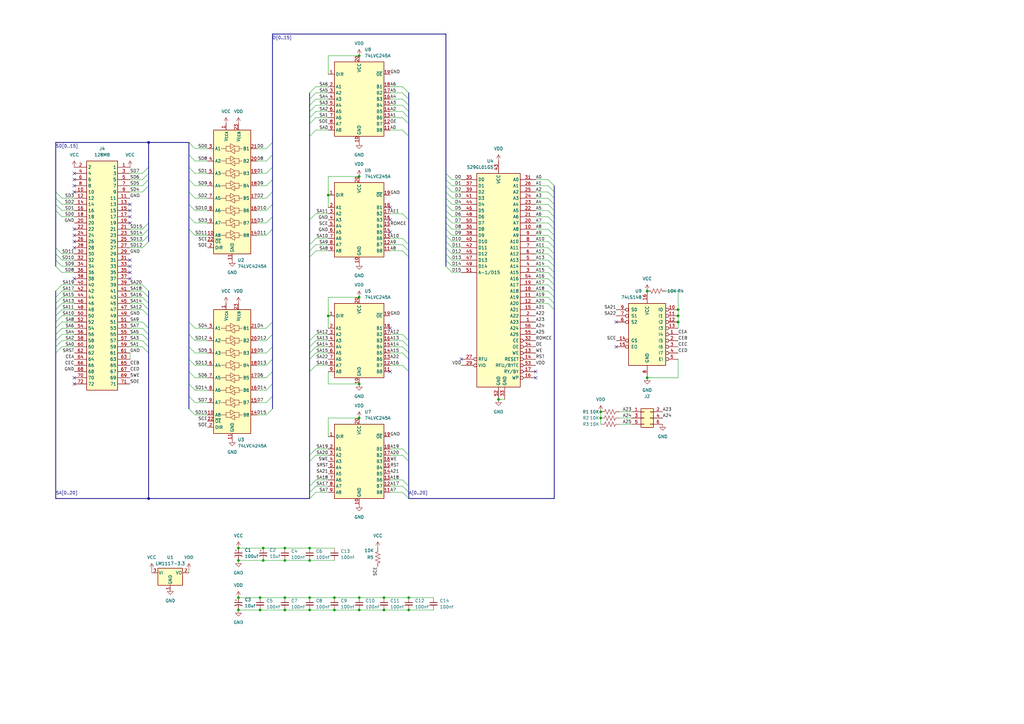
<source format=kicad_sch>
(kicad_sch (version 20231120) (generator "eeschema") (generator_version "8.0")
  (paper "A3")
  (junction (at 97.79 245.11))
  (junction (at 137.16 245.11))
  (junction (at 246.38 171.45))
  (junction (at 116.84 250.19))
  (junction (at 106.68 245.11))
  (junction (at 147.32 245.11))
  (junction (at 116.84 224.79))
  (junction (at 204.47 163.83))
  (junction (at 147.32 121.92))
  (junction (at 107.95 224.79))
  (junction (at 265.43 119.38))
  (junction (at 116.84 245.11))
  (junction (at 147.32 171.45))
  (junction (at 106.68 250.19))
  (junction (at 147.32 250.19))
  (junction (at 137.16 250.19))
  (junction (at 127 229.87))
  (junction (at 167.64 245.11))
  (junction (at 60.96 58.42))
  (junction (at 97.79 229.87))
  (junction (at 116.84 229.87))
  (junction (at 147.32 22.86))
  (junction (at 107.95 229.87))
  (junction (at 147.32 72.39))
  (junction (at 278.13 127))
  (junction (at 134.62 80.01))
  (junction (at 97.79 250.19))
  (junction (at 60.96 204.47))
  (junction (at 134.62 129.54))
  (junction (at 127 250.19))
  (junction (at 157.48 245.11))
  (junction (at 246.38 168.91))
  (junction (at 278.13 132.08))
  (junction (at 127 245.11))
  (junction (at 97.79 224.79))
  (junction (at 265.43 154.94))
  (junction (at 157.48 250.19))
  (junction (at 147.32 157.48))
  (junction (at 127 224.79))
  (junction (at 167.64 250.19))
  (junction (at 278.13 129.54))
  (no_connect (at 30.48 154.94))
  (no_connect (at 30.48 101.6))
  (no_connect (at 53.34 88.9))
  (no_connect (at 219.71 154.94))
  (no_connect (at 160.02 90.17))
  (no_connect (at 30.48 114.3))
  (no_connect (at 252.73 132.08))
  (no_connect (at 252.73 142.24))
  (no_connect (at 30.48 99.06))
  (no_connect (at 53.34 83.82))
  (no_connect (at 189.23 147.32))
  (no_connect (at 30.48 71.12))
  (no_connect (at 30.48 157.48))
  (no_connect (at 30.48 93.98))
  (no_connect (at 160.02 152.4))
  (no_connect (at 160.02 95.25))
  (no_connect (at 160.02 134.62))
  (no_connect (at 53.34 86.36))
  (no_connect (at 160.02 85.09))
  (no_connect (at 219.71 152.4))
  (no_connect (at 53.34 106.68))
  (no_connect (at 30.48 78.74))
  (no_connect (at 30.48 76.2))
  (no_connect (at 53.34 91.44))
  (no_connect (at 30.48 73.66))
  (no_connect (at 53.34 111.76))
  (no_connect (at 53.34 114.3))
  (no_connect (at 53.34 109.22))
  (no_connect (at 30.48 96.52))
  (bus_entry (at 129.54 199.39) (size -2.54 2.54))
  (bus_entry (at 182.88 71.12) (size 2.54 2.54))
  (bus_entry (at 109.22 71.12) (size 2.54 -2.54))
  (bus_entry (at 127 102.87) (size 2.54 -2.54))
  (bus_entry (at 127 40.64) (size 2.54 -2.54))
  (bus_entry (at 165.1 43.18) (size 2.54 2.54))
  (bus_entry (at 22.86 132.08) (size 2.54 -2.54))
  (bus_entry (at 25.4 86.36) (size -2.54 -2.54))
  (bus_entry (at 182.88 81.28) (size 2.54 2.54))
  (bus_entry (at 224.79 109.22) (size 2.54 2.54))
  (bus_entry (at 182.88 86.36) (size 2.54 2.54))
  (bus_entry (at 109.22 91.44) (size 2.54 -2.54))
  (bus_entry (at 127 139.7) (size 2.54 -2.54))
  (bus_entry (at 224.79 111.76) (size 2.54 2.54))
  (bus_entry (at 60.96 144.78) (size -2.54 -2.54))
  (bus_entry (at 58.42 99.06) (size 2.54 -2.54))
  (bus_entry (at 127 100.33) (size 2.54 -2.54))
  (bus_entry (at 224.79 76.2) (size 2.54 2.54))
  (bus_entry (at 182.88 99.06) (size 2.54 2.54))
  (bus_entry (at 182.88 83.82) (size 2.54 2.54))
  (bus_entry (at 58.42 96.52) (size 2.54 -2.54))
  (bus_entry (at 127 38.1) (size 2.54 -2.54))
  (bus_entry (at 60.96 127) (size -2.54 -2.54))
  (bus_entry (at 127 152.4) (size 2.54 -2.54))
  (bus_entry (at 127 43.18) (size 2.54 -2.54))
  (bus_entry (at 22.86 121.92) (size 2.54 -2.54))
  (bus_entry (at 77.47 162.56) (size 2.54 2.54))
  (bus_entry (at 127 189.23) (size 2.54 -2.54))
  (bus_entry (at 60.96 129.54) (size -2.54 -2.54))
  (bus_entry (at 224.79 96.52) (size 2.54 2.54))
  (bus_entry (at 77.47 157.48) (size 2.54 2.54))
  (bus_entry (at 182.88 104.14) (size 2.54 2.54))
  (bus_entry (at 109.22 86.36) (size 2.54 -2.54))
  (bus_entry (at 58.42 93.98) (size 2.54 -2.54))
  (bus_entry (at 182.88 101.6) (size 2.54 2.54))
  (bus_entry (at 22.86 119.38) (size 2.54 -2.54))
  (bus_entry (at 22.86 139.7) (size 2.54 -2.54))
  (bus_entry (at 224.79 121.92) (size 2.54 2.54))
  (bus_entry (at 165.1 137.16) (size 2.54 2.54))
  (bus_entry (at 127 142.24) (size 2.54 -2.54))
  (bus_entry (at 224.79 93.98) (size 2.54 2.54))
  (bus_entry (at 25.4 83.82) (size -2.54 -2.54))
  (bus_entry (at 167.64 152.4) (size -2.54 -2.54))
  (bus_entry (at 25.4 81.28) (size -2.54 -2.54))
  (bus_entry (at 127 50.8) (size 2.54 -2.54))
  (bus_entry (at 22.86 134.62) (size 2.54 -2.54))
  (bus_entry (at 182.88 96.52) (size 2.54 2.54))
  (bus_entry (at 224.79 119.38) (size 2.54 2.54))
  (bus_entry (at 60.96 121.92) (size -2.54 -2.54))
  (bus_entry (at 25.4 111.76) (size -2.54 -2.54))
  (bus_entry (at 77.47 167.64) (size 2.54 2.54))
  (bus_entry (at 58.42 101.6) (size 2.54 -2.54))
  (bus_entry (at 127 199.39) (size 2.54 -2.54))
  (bus_entry (at 224.79 73.66) (size 2.54 2.54))
  (bus_entry (at 77.47 142.24) (size 2.54 2.54))
  (bus_entry (at 167.64 142.24) (size -2.54 -2.54))
  (bus_entry (at 77.47 137.16) (size 2.54 2.54))
  (bus_entry (at 224.79 124.46) (size 2.54 2.54))
  (bus_entry (at 25.4 109.22) (size -2.54 -2.54))
  (bus_entry (at 77.47 88.9) (size 2.54 2.54))
  (bus_entry (at 224.79 114.3) (size 2.54 2.54))
  (bus_entry (at 224.79 81.28) (size 2.54 2.54))
  (bus_entry (at 224.79 86.36) (size 2.54 2.54))
  (bus_entry (at 165.1 48.26) (size 2.54 2.54))
  (bus_entry (at 127 55.88) (size 2.54 -2.54))
  (bus_entry (at 165.1 40.64) (size 2.54 2.54))
  (bus_entry (at 165.1 45.72) (size 2.54 2.54))
  (bus_entry (at 60.96 142.24) (size -2.54 -2.54))
  (bus_entry (at 58.42 73.66) (size 2.54 -2.54))
  (bus_entry (at 165.1 35.56) (size 2.54 2.54))
  (bus_entry (at 165.1 142.24) (size 2.54 2.54))
  (bus_entry (at 25.4 104.14) (size -2.54 -2.54))
  (bus_entry (at 182.88 109.22) (size 2.54 2.54))
  (bus_entry (at 109.22 170.18) (size 2.54 -2.54))
  (bus_entry (at 224.79 106.68) (size 2.54 2.54))
  (bus_entry (at 109.22 66.04) (size 2.54 -2.54))
  (bus_entry (at 58.42 78.74) (size 2.54 -2.54))
  (bus_entry (at 182.88 76.2) (size 2.54 2.54))
  (bus_entry (at 167.64 147.32) (size -2.54 -2.54))
  (bus_entry (at 165.1 199.39) (size 2.54 2.54))
  (bus_entry (at 109.22 96.52) (size 2.54 -2.54))
  (bus_entry (at 25.4 88.9) (size -2.54 -2.54))
  (bus_entry (at 77.47 73.66) (size 2.54 2.54))
  (bus_entry (at 77.47 83.82) (size 2.54 2.54))
  (bus_entry (at 109.22 144.78) (size 2.54 -2.54))
  (bus_entry (at 182.88 93.98) (size 2.54 2.54))
  (bus_entry (at 167.64 199.39) (size -2.54 -2.54))
  (bus_entry (at 224.79 78.74) (size 2.54 2.54))
  (bus_entry (at 224.79 101.6) (size 2.54 2.54))
  (bus_entry (at 109.22 149.86) (size 2.54 -2.54))
  (bus_entry (at 60.96 124.46) (size -2.54 -2.54))
  (bus_entry (at 109.22 160.02) (size 2.54 -2.54))
  (bus_entry (at 77.47 147.32) (size 2.54 2.54))
  (bus_entry (at 167.64 186.69) (size -2.54 -2.54))
  (bus_entry (at 109.22 139.7) (size 2.54 -2.54))
  (bus_entry (at 22.86 144.78) (size 2.54 -2.54))
  (bus_entry (at 58.42 116.84) (size 2.54 2.54))
  (bus_entry (at 77.47 152.4) (size 2.54 2.54))
  (bus_entry (at 58.42 76.2) (size 2.54 -2.54))
  (bus_entry (at 22.86 129.54) (size 2.54 -2.54))
  (bus_entry (at 165.1 97.79) (size 2.54 2.54))
  (bus_entry (at 60.96 134.62) (size -2.54 -2.54))
  (bus_entry (at 22.86 142.24) (size 2.54 -2.54))
  (bus_entry (at 182.88 106.68) (size 2.54 2.54))
  (bus_entry (at 109.22 76.2) (size 2.54 -2.54))
  (bus_entry (at 77.47 58.42) (size 2.54 2.54))
  (bus_entry (at 127 144.78) (size 2.54 -2.54))
  (bus_entry (at 127 45.72) (size 2.54 -2.54))
  (bus_entry (at 224.79 83.82) (size 2.54 2.54))
  (bus_entry (at 127 147.32) (size 2.54 -2.54))
  (bus_entry (at 165.1 102.87) (size 2.54 2.54))
  (bus_entry (at 182.88 88.9) (size 2.54 2.54))
  (bus_entry (at 22.86 127) (size 2.54 -2.54))
  (bus_entry (at 165.1 87.63) (size 2.54 2.54))
  (bus_entry (at 77.47 132.08) (size 2.54 2.54))
  (bus_entry (at 167.64 204.47) (size -2.54 -2.54))
  (bus_entry (at 109.22 81.28) (size 2.54 -2.54))
  (bus_entry (at 224.79 99.06) (size 2.54 2.54))
  (bus_entry (at 165.1 38.1) (size 2.54 2.54))
  (bus_entry (at 127 204.47) (size 2.54 -2.54))
  (bus_entry (at 22.86 137.16) (size 2.54 -2.54))
  (bus_entry (at 77.47 93.98) (size 2.54 2.54))
  (bus_entry (at 127 186.69) (size 2.54 -2.54))
  (bus_entry (at 127 48.26) (size 2.54 -2.54))
  (bus_entry (at 182.88 78.74) (size 2.54 2.54))
  (bus_entry (at 77.47 63.5) (size 2.54 2.54))
  (bus_entry (at 224.79 91.44) (size 2.54 2.54))
  (bus_entry (at 224.79 116.84) (size 2.54 2.54))
  (bus_entry (at 109.22 154.94) (size 2.54 -2.54))
  (bus_entry (at 182.88 91.44) (size 2.54 2.54))
  (bus_entry (at 77.47 78.74) (size 2.54 2.54))
  (bus_entry (at 58.42 71.12) (size 2.54 -2.54))
  (bus_entry (at 127 90.17) (size 2.54 -2.54))
  (bus_entry (at 224.79 88.9) (size 2.54 2.54))
  (bus_entry (at 165.1 53.34) (size 2.54 2.54))
  (bus_entry (at 182.88 73.66) (size 2.54 2.54))
  (bus_entry (at 60.96 137.16) (size -2.54 -2.54))
  (bus_entry (at 109.22 134.62) (size 2.54 -2.54))
  (bus_entry (at 109.22 60.96) (size 2.54 -2.54))
  (bus_entry (at 77.47 68.58) (size 2.54 2.54))
  (bus_entry (at 167.64 189.23) (size -2.54 -2.54))
  (bus_entry (at 165.1 100.33) (size 2.54 2.54))
  (bus_entry (at 109.22 165.1) (size 2.54 -2.54))
  (bus_entry (at 127 105.41) (size 2.54 -2.54))
  (bus_entry (at 25.4 106.68) (size -2.54 -2.54))
  (bus_entry (at 224.79 104.14) (size 2.54 2.54))
  (bus_entry (at 60.96 139.7) (size -2.54 -2.54))
  (bus_entry (at 22.86 124.46) (size 2.54 -2.54))
  (bus (pts (xy 22.86 104.14) (xy 22.86 106.68)))
  (bus (pts (xy 60.96 58.42) (xy 22.86 58.42)))
  (wire (pts (xy 105.41 170.18) (xy 109.22 170.18)))
  (bus (pts (xy 111.76 88.9) (xy 111.76 93.98)))
  (wire (pts (xy 219.71 104.14) (xy 224.79 104.14)))
  (wire (pts (xy 25.4 106.68) (xy 30.48 106.68)))
  (wire (pts (xy 160.02 97.79) (xy 165.1 97.79)))
  (wire (pts (xy 25.4 139.7) (xy 30.48 139.7)))
  (wire (pts (xy 134.62 121.92) (xy 147.32 121.92)))
  (wire (pts (xy 80.01 81.28) (xy 85.09 81.28)))
  (bus (pts (xy 227.33 96.52) (xy 227.33 99.06)))
  (bus (pts (xy 227.33 119.38) (xy 227.33 121.92)))
  (wire (pts (xy 105.41 96.52) (xy 109.22 96.52)))
  (wire (pts (xy 219.71 121.92) (xy 224.79 121.92)))
  (wire (pts (xy 278.13 119.38) (xy 278.13 127)))
  (wire (pts (xy 80.01 96.52) (xy 85.09 96.52)))
  (wire (pts (xy 25.4 132.08) (xy 30.48 132.08)))
  (wire (pts (xy 25.4 109.22) (xy 30.48 109.22)))
  (bus (pts (xy 127 90.17) (xy 127 100.33)))
  (wire (pts (xy 219.71 111.76) (xy 224.79 111.76)))
  (wire (pts (xy 129.54 87.63) (xy 134.62 87.63)))
  (bus (pts (xy 60.96 58.42) (xy 77.47 58.42)))
  (wire (pts (xy 107.95 229.87) (xy 116.84 229.87)))
  (wire (pts (xy 278.13 154.94) (xy 278.13 147.32)))
  (wire (pts (xy 53.34 76.2) (xy 58.42 76.2)))
  (bus (pts (xy 127 48.26) (xy 127 50.8)))
  (wire (pts (xy 246.38 171.45) (xy 246.38 173.99)))
  (wire (pts (xy 53.34 132.08) (xy 58.42 132.08)))
  (bus (pts (xy 111.76 137.16) (xy 111.76 142.24)))
  (wire (pts (xy 105.41 144.78) (xy 109.22 144.78)))
  (bus (pts (xy 111.76 147.32) (xy 111.76 152.4)))
  (bus (pts (xy 127 144.78) (xy 127 147.32)))
  (wire (pts (xy 106.68 245.11) (xy 116.84 245.11)))
  (bus (pts (xy 227.33 106.68) (xy 227.33 109.22)))
  (bus (pts (xy 111.76 63.5) (xy 111.76 68.58)))
  (wire (pts (xy 25.4 104.14) (xy 30.48 104.14)))
  (bus (pts (xy 111.76 142.24) (xy 111.76 147.32)))
  (bus (pts (xy 127 38.1) (xy 127 40.64)))
  (wire (pts (xy 185.42 88.9) (xy 189.23 88.9)))
  (wire (pts (xy 160.02 48.26) (xy 165.1 48.26)))
  (bus (pts (xy 167.64 201.93) (xy 167.64 204.47)))
  (wire (pts (xy 105.41 160.02) (xy 109.22 160.02)))
  (bus (pts (xy 227.33 104.14) (xy 227.33 106.68)))
  (bus (pts (xy 77.47 162.56) (xy 77.47 167.64)))
  (bus (pts (xy 22.86 137.16) (xy 22.86 139.7)))
  (bus (pts (xy 227.33 88.9) (xy 227.33 91.44)))
  (wire (pts (xy 278.13 119.38) (xy 273.05 119.38)))
  (wire (pts (xy 97.79 245.11) (xy 106.68 245.11)))
  (bus (pts (xy 77.47 132.08) (xy 77.47 137.16)))
  (bus (pts (xy 182.88 96.52) (xy 182.88 99.06)))
  (wire (pts (xy 53.34 96.52) (xy 58.42 96.52)))
  (wire (pts (xy 160.02 87.63) (xy 165.1 87.63)))
  (bus (pts (xy 127 147.32) (xy 127 152.4)))
  (bus (pts (xy 182.88 91.44) (xy 182.88 93.98)))
  (wire (pts (xy 105.41 81.28) (xy 109.22 81.28)))
  (wire (pts (xy 137.16 250.19) (xy 147.32 250.19)))
  (bus (pts (xy 167.64 186.69) (xy 167.64 189.23)))
  (bus (pts (xy 22.86 101.6) (xy 22.86 104.14)))
  (bus (pts (xy 60.96 93.98) (xy 60.96 96.52)))
  (bus (pts (xy 127 201.93) (xy 127 204.47)))
  (wire (pts (xy 134.62 152.4) (xy 134.62 157.48)))
  (wire (pts (xy 219.71 78.74) (xy 224.79 78.74)))
  (wire (pts (xy 265.43 154.94) (xy 278.13 154.94)))
  (bus (pts (xy 77.47 93.98) (xy 77.47 132.08)))
  (wire (pts (xy 160.02 184.15) (xy 165.1 184.15)))
  (wire (pts (xy 80.01 60.96) (xy 85.09 60.96)))
  (bus (pts (xy 77.47 88.9) (xy 77.47 93.98)))
  (bus (pts (xy 77.47 68.58) (xy 77.47 73.66)))
  (wire (pts (xy 80.01 86.36) (xy 85.09 86.36)))
  (bus (pts (xy 182.88 104.14) (xy 182.88 106.68)))
  (bus (pts (xy 60.96 124.46) (xy 60.96 127)))
  (wire (pts (xy 53.34 137.16) (xy 58.42 137.16)))
  (bus (pts (xy 127 152.4) (xy 127 186.69)))
  (bus (pts (xy 22.86 78.74) (xy 22.86 81.28)))
  (wire (pts (xy 105.41 86.36) (xy 109.22 86.36)))
  (bus (pts (xy 22.86 121.92) (xy 22.86 124.46)))
  (bus (pts (xy 167.64 199.39) (xy 167.64 201.93)))
  (bus (pts (xy 111.76 162.56) (xy 111.76 167.64)))
  (bus (pts (xy 227.33 93.98) (xy 227.33 96.52)))
  (bus (pts (xy 77.47 152.4) (xy 77.47 157.48)))
  (wire (pts (xy 25.4 121.92) (xy 30.48 121.92)))
  (wire (pts (xy 219.71 88.9) (xy 224.79 88.9)))
  (bus (pts (xy 127 100.33) (xy 127 102.87)))
  (bus (pts (xy 182.88 78.74) (xy 182.88 81.28)))
  (bus (pts (xy 60.96 142.24) (xy 60.96 144.78)))
  (wire (pts (xy 116.84 229.87) (xy 127 229.87)))
  (bus (pts (xy 111.76 68.58) (xy 111.76 73.66)))
  (wire (pts (xy 80.01 165.1) (xy 85.09 165.1)))
  (bus (pts (xy 60.96 68.58) (xy 60.96 71.12)))
  (wire (pts (xy 160.02 137.16) (xy 165.1 137.16)))
  (bus (pts (xy 182.88 88.9) (xy 182.88 91.44)))
  (wire (pts (xy 160.02 43.18) (xy 165.1 43.18)))
  (wire (pts (xy 147.32 245.11) (xy 157.48 245.11)))
  (bus (pts (xy 167.64 139.7) (xy 167.64 142.24)))
  (wire (pts (xy 25.4 142.24) (xy 30.48 142.24)))
  (wire (pts (xy 53.34 73.66) (xy 58.42 73.66)))
  (bus (pts (xy 167.64 142.24) (xy 167.64 144.78)))
  (bus (pts (xy 111.76 58.42) (xy 111.76 63.5)))
  (wire (pts (xy 278.13 127) (xy 278.13 129.54)))
  (wire (pts (xy 53.34 93.98) (xy 58.42 93.98)))
  (bus (pts (xy 60.96 58.42) (xy 60.96 68.58)))
  (bus (pts (xy 127 186.69) (xy 127 189.23)))
  (bus (pts (xy 227.33 81.28) (xy 227.33 83.82)))
  (wire (pts (xy 129.54 201.93) (xy 134.62 201.93)))
  (wire (pts (xy 134.62 179.07) (xy 134.62 171.45)))
  (bus (pts (xy 60.96 121.92) (xy 60.96 124.46)))
  (wire (pts (xy 53.34 134.62) (xy 58.42 134.62)))
  (bus (pts (xy 167.64 50.8) (xy 167.64 55.88)))
  (wire (pts (xy 25.4 83.82) (xy 30.48 83.82)))
  (wire (pts (xy 219.71 101.6) (xy 224.79 101.6)))
  (wire (pts (xy 129.54 142.24) (xy 134.62 142.24)))
  (bus (pts (xy 22.86 134.62) (xy 22.86 137.16)))
  (wire (pts (xy 116.84 245.11) (xy 127 245.11)))
  (bus (pts (xy 77.47 157.48) (xy 77.47 162.56)))
  (wire (pts (xy 106.68 250.19) (xy 116.84 250.19)))
  (wire (pts (xy 134.62 30.48) (xy 134.62 22.86)))
  (wire (pts (xy 97.79 250.19) (xy 106.68 250.19)))
  (bus (pts (xy 227.33 121.92) (xy 227.33 124.46)))
  (wire (pts (xy 185.42 91.44) (xy 189.23 91.44)))
  (wire (pts (xy 219.71 96.52) (xy 224.79 96.52)))
  (wire (pts (xy 254 171.45) (xy 259.08 171.45)))
  (bus (pts (xy 22.86 132.08) (xy 22.86 134.62)))
  (bus (pts (xy 227.33 116.84) (xy 227.33 119.38)))
  (bus (pts (xy 167.64 43.18) (xy 167.64 45.72)))
  (bus (pts (xy 167.64 55.88) (xy 167.64 90.17)))
  (wire (pts (xy 127 229.87) (xy 137.16 229.87)))
  (wire (pts (xy 219.71 91.44) (xy 224.79 91.44)))
  (bus (pts (xy 127 55.88) (xy 127 90.17)))
  (bus (pts (xy 60.96 127) (xy 60.96 129.54)))
  (wire (pts (xy 127 250.19) (xy 137.16 250.19)))
  (wire (pts (xy 129.54 53.34) (xy 134.62 53.34)))
  (wire (pts (xy 160.02 186.69) (xy 165.1 186.69)))
  (wire (pts (xy 129.54 35.56) (xy 134.62 35.56)))
  (wire (pts (xy 53.34 78.74) (xy 58.42 78.74)))
  (bus (pts (xy 111.76 13.97) (xy 111.76 58.42)))
  (wire (pts (xy 105.41 91.44) (xy 109.22 91.44)))
  (wire (pts (xy 157.48 245.11) (xy 167.64 245.11)))
  (wire (pts (xy 129.54 97.79) (xy 134.62 97.79)))
  (wire (pts (xy 134.62 157.48) (xy 147.32 157.48)))
  (bus (pts (xy 77.47 78.74) (xy 77.47 83.82)))
  (bus (pts (xy 111.76 152.4) (xy 111.76 157.48)))
  (wire (pts (xy 129.54 139.7) (xy 134.62 139.7)))
  (wire (pts (xy 80.01 170.18) (xy 85.09 170.18)))
  (wire (pts (xy 25.4 134.62) (xy 30.48 134.62)))
  (wire (pts (xy 105.41 66.04) (xy 109.22 66.04)))
  (wire (pts (xy 160.02 149.86) (xy 165.1 149.86)))
  (wire (pts (xy 219.71 116.84) (xy 224.79 116.84)))
  (wire (pts (xy 69.85 242.57) (xy 69.85 241.3)))
  (wire (pts (xy 134.62 129.54) (xy 134.62 121.92)))
  (wire (pts (xy 160.02 139.7) (xy 165.1 139.7)))
  (bus (pts (xy 167.64 38.1) (xy 167.64 40.64)))
  (bus (pts (xy 227.33 76.2) (xy 227.33 78.74)))
  (bus (pts (xy 60.96 129.54) (xy 60.96 134.62)))
  (wire (pts (xy 129.54 38.1) (xy 134.62 38.1)))
  (wire (pts (xy 53.34 124.46) (xy 58.42 124.46)))
  (bus (pts (xy 60.96 91.44) (xy 60.96 93.98)))
  (bus (pts (xy 22.86 129.54) (xy 22.86 132.08)))
  (bus (pts (xy 111.76 83.82) (xy 111.76 88.9)))
  (bus (pts (xy 167.64 45.72) (xy 167.64 48.26)))
  (wire (pts (xy 254 173.99) (xy 259.08 173.99)))
  (bus (pts (xy 22.86 83.82) (xy 22.86 86.36)))
  (wire (pts (xy 157.48 250.19) (xy 167.64 250.19)))
  (bus (pts (xy 60.96 119.38) (xy 60.96 121.92)))
  (bus (pts (xy 127 40.64) (xy 127 43.18)))
  (wire (pts (xy 80.01 76.2) (xy 85.09 76.2)))
  (wire (pts (xy 105.41 60.96) (xy 109.22 60.96)))
  (wire (pts (xy 278.13 132.08) (xy 278.13 134.62)))
  (bus (pts (xy 227.33 204.47) (xy 227.33 127)))
  (wire (pts (xy 53.34 144.78) (xy 53.34 147.32)))
  (wire (pts (xy 129.54 43.18) (xy 134.62 43.18)))
  (wire (pts (xy 80.01 154.94) (xy 85.09 154.94)))
  (wire (pts (xy 129.54 100.33) (xy 134.62 100.33)))
  (wire (pts (xy 129.54 149.86) (xy 134.62 149.86)))
  (wire (pts (xy 53.34 71.12) (xy 58.42 71.12)))
  (wire (pts (xy 127 224.79) (xy 137.16 224.79)))
  (wire (pts (xy 129.54 137.16) (xy 134.62 137.16)))
  (wire (pts (xy 25.4 116.84) (xy 30.48 116.84)))
  (bus (pts (xy 111.76 78.74) (xy 111.76 83.82)))
  (bus (pts (xy 22.86 119.38) (xy 22.86 121.92)))
  (wire (pts (xy 185.42 86.36) (xy 189.23 86.36)))
  (wire (pts (xy 105.41 165.1) (xy 109.22 165.1)))
  (wire (pts (xy 185.42 76.2) (xy 189.23 76.2)))
  (wire (pts (xy 53.34 142.24) (xy 58.42 142.24)))
  (bus (pts (xy 182.88 71.12) (xy 182.88 13.97)))
  (bus (pts (xy 167.64 102.87) (xy 167.64 105.41)))
  (bus (pts (xy 182.88 106.68) (xy 182.88 109.22)))
  (wire (pts (xy 53.34 101.6) (xy 58.42 101.6)))
  (wire (pts (xy 185.42 93.98) (xy 189.23 93.98)))
  (bus (pts (xy 167.64 152.4) (xy 167.64 186.69)))
  (bus (pts (xy 60.96 76.2) (xy 60.96 91.44)))
  (wire (pts (xy 160.02 199.39) (xy 165.1 199.39)))
  (wire (pts (xy 185.42 73.66) (xy 189.23 73.66)))
  (wire (pts (xy 134.62 80.01) (xy 134.62 85.09)))
  (bus (pts (xy 167.64 48.26) (xy 167.64 50.8)))
  (bus (pts (xy 227.33 83.82) (xy 227.33 86.36)))
  (bus (pts (xy 22.86 124.46) (xy 22.86 127)))
  (wire (pts (xy 129.54 186.69) (xy 134.62 186.69)))
  (wire (pts (xy 147.32 250.19) (xy 157.48 250.19)))
  (wire (pts (xy 105.41 149.86) (xy 109.22 149.86)))
  (wire (pts (xy 160.02 142.24) (xy 165.1 142.24)))
  (wire (pts (xy 160.02 196.85) (xy 165.1 196.85)))
  (bus (pts (xy 182.88 73.66) (xy 182.88 76.2)))
  (bus (pts (xy 127 189.23) (xy 127 199.39)))
  (wire (pts (xy 107.95 224.79) (xy 116.84 224.79)))
  (wire (pts (xy 137.16 245.11) (xy 147.32 245.11)))
  (wire (pts (xy 134.62 80.01) (xy 134.62 72.39)))
  (wire (pts (xy 160.02 144.78) (xy 165.1 144.78)))
  (wire (pts (xy 80.01 91.44) (xy 85.09 91.44)))
  (wire (pts (xy 160.02 102.87) (xy 165.1 102.87)))
  (bus (pts (xy 127 102.87) (xy 127 105.41)))
  (wire (pts (xy 219.71 109.22) (xy 224.79 109.22)))
  (bus (pts (xy 127 199.39) (xy 127 201.93)))
  (bus (pts (xy 60.96 144.78) (xy 60.96 204.47)))
  (wire (pts (xy 80.01 139.7) (xy 85.09 139.7)))
  (wire (pts (xy 185.42 109.22) (xy 189.23 109.22)))
  (wire (pts (xy 185.42 104.14) (xy 189.23 104.14)))
  (bus (pts (xy 22.86 106.68) (xy 22.86 109.22)))
  (bus (pts (xy 60.96 204.47) (xy 22.86 204.47)))
  (bus (pts (xy 77.47 137.16) (xy 77.47 142.24)))
  (wire (pts (xy 97.79 229.87) (xy 107.95 229.87)))
  (wire (pts (xy 105.41 71.12) (xy 109.22 71.12)))
  (bus (pts (xy 127 139.7) (xy 127 142.24)))
  (wire (pts (xy 25.4 124.46) (xy 30.48 124.46)))
  (wire (pts (xy 25.4 88.9) (xy 30.48 88.9)))
  (wire (pts (xy 185.42 106.68) (xy 189.23 106.68)))
  (bus (pts (xy 182.88 71.12) (xy 182.88 73.66)))
  (wire (pts (xy 127 245.11) (xy 137.16 245.11)))
  (bus (pts (xy 22.86 127) (xy 22.86 129.54)))
  (wire (pts (xy 25.4 81.28) (xy 30.48 81.28)))
  (wire (pts (xy 129.54 196.85) (xy 134.62 196.85)))
  (bus (pts (xy 60.96 73.66) (xy 60.96 76.2)))
  (bus (pts (xy 22.86 58.42) (xy 22.86 78.74)))
  (wire (pts (xy 219.71 124.46) (xy 224.79 124.46)))
  (bus (pts (xy 60.96 137.16) (xy 60.96 139.7)))
  (bus (pts (xy 227.33 111.76) (xy 227.33 114.3)))
  (bus (pts (xy 111.76 132.08) (xy 111.76 137.16)))
  (wire (pts (xy 25.4 127) (xy 30.48 127)))
  (wire (pts (xy 185.42 101.6) (xy 189.23 101.6)))
  (wire (pts (xy 219.71 114.3) (xy 224.79 114.3)))
  (wire (pts (xy 134.62 129.54) (xy 134.62 134.62)))
  (wire (pts (xy 25.4 129.54) (xy 30.48 129.54)))
  (bus (pts (xy 227.33 91.44) (xy 227.33 93.98)))
  (bus (pts (xy 182.88 101.6) (xy 182.88 104.14)))
  (wire (pts (xy 80.01 144.78) (xy 85.09 144.78)))
  (wire (pts (xy 160.02 38.1) (xy 165.1 38.1)))
  (wire (pts (xy 219.71 83.82) (xy 224.79 83.82)))
  (bus (pts (xy 182.88 83.82) (xy 182.88 86.36)))
  (bus (pts (xy 77.47 83.82) (xy 77.47 88.9)))
  (wire (pts (xy 219.71 81.28) (xy 224.79 81.28)))
  (wire (pts (xy 219.71 99.06) (xy 224.79 99.06)))
  (bus (pts (xy 182.88 99.06) (xy 182.88 101.6)))
  (bus (pts (xy 22.86 86.36) (xy 22.86 101.6)))
  (wire (pts (xy 219.71 86.36) (xy 224.79 86.36)))
  (bus (pts (xy 227.33 114.3) (xy 227.33 116.84)))
  (wire (pts (xy 25.4 119.38) (xy 30.48 119.38)))
  (wire (pts (xy 116.84 224.79) (xy 127 224.79)))
  (bus (pts (xy 227.33 78.74) (xy 227.33 81.28)))
  (bus (pts (xy 127 43.18) (xy 127 45.72)))
  (wire (pts (xy 185.42 83.82) (xy 189.23 83.82)))
  (bus (pts (xy 22.86 142.24) (xy 22.86 144.78)))
  (bus (pts (xy 77.47 58.42) (xy 77.47 63.5)))
  (wire (pts (xy 105.41 76.2) (xy 109.22 76.2)))
  (bus (pts (xy 22.86 204.47) (xy 22.86 144.78)))
  (wire (pts (xy 53.34 127) (xy 58.42 127)))
  (bus (pts (xy 182.88 81.28) (xy 182.88 83.82)))
  (wire (pts (xy 80.01 149.86) (xy 85.09 149.86)))
  (bus (pts (xy 167.64 105.41) (xy 167.64 139.7)))
  (bus (pts (xy 111.76 93.98) (xy 111.76 132.08)))
  (wire (pts (xy 185.42 81.28) (xy 189.23 81.28)))
  (bus (pts (xy 127 105.41) (xy 127 139.7)))
  (bus (pts (xy 77.47 73.66) (xy 77.47 78.74)))
  (wire (pts (xy 160.02 100.33) (xy 165.1 100.33)))
  (wire (pts (xy 204.47 163.83) (xy 207.01 163.83)))
  (wire (pts (xy 185.42 111.76) (xy 189.23 111.76)))
  (bus (pts (xy 167.64 144.78) (xy 167.64 147.32)))
  (wire (pts (xy 134.62 171.45) (xy 147.32 171.45)))
  (wire (pts (xy 129.54 199.39) (xy 134.62 199.39)))
  (bus (pts (xy 227.33 109.22) (xy 227.33 111.76)))
  (wire (pts (xy 80.01 160.02) (xy 85.09 160.02)))
  (bus (pts (xy 182.88 13.97) (xy 111.76 13.97)))
  (wire (pts (xy 167.64 250.19) (xy 177.8 250.19)))
  (bus (pts (xy 127 204.47) (xy 60.96 204.47)))
  (bus (pts (xy 182.88 93.98) (xy 182.88 96.52)))
  (wire (pts (xy 105.41 139.7) (xy 109.22 139.7)))
  (bus (pts (xy 127 50.8) (xy 127 55.88)))
  (wire (pts (xy 53.34 99.06) (xy 58.42 99.06)))
  (bus (pts (xy 111.76 73.66) (xy 111.76 78.74)))
  (wire (pts (xy 160.02 45.72) (xy 165.1 45.72)))
  (bus (pts (xy 167.64 189.23) (xy 167.64 199.39)))
  (wire (pts (xy 53.34 116.84) (xy 58.42 116.84)))
  (wire (pts (xy 97.79 224.79) (xy 107.95 224.79)))
  (wire (pts (xy 278.13 129.54) (xy 278.13 132.08)))
  (bus (pts (xy 167.64 90.17) (xy 167.64 100.33)))
  (bus (pts (xy 227.33 124.46) (xy 227.33 127)))
  (wire (pts (xy 129.54 40.64) (xy 134.62 40.64)))
  (wire (pts (xy 134.62 22.86) (xy 147.32 22.86)))
  (bus (pts (xy 167.64 204.47) (xy 227.33 204.47)))
  (bus (pts (xy 22.86 81.28) (xy 22.86 83.82)))
  (wire (pts (xy 246.38 168.91) (xy 246.38 171.45)))
  (bus (pts (xy 77.47 63.5) (xy 77.47 68.58)))
  (wire (pts (xy 219.71 119.38) (xy 224.79 119.38)))
  (bus (pts (xy 77.47 142.24) (xy 77.47 147.32)))
  (wire (pts (xy 185.42 96.52) (xy 189.23 96.52)))
  (bus (pts (xy 22.86 139.7) (xy 22.86 142.24)))
  (bus (pts (xy 111.76 157.48) (xy 111.76 162.56)))
  (wire (pts (xy 77.47 233.68) (xy 77.47 234.95)))
  (bus (pts (xy 167.64 100.33) (xy 167.64 102.87)))
  (wire (pts (xy 185.42 99.06) (xy 189.23 99.06)))
  (bus (pts (xy 227.33 101.6) (xy 227.33 104.14)))
  (wire (pts (xy 116.84 250.19) (xy 127 250.19)))
  (wire (pts (xy 53.34 139.7) (xy 58.42 139.7)))
  (wire (pts (xy 53.34 119.38) (xy 58.42 119.38)))
  (bus (pts (xy 60.96 134.62) (xy 60.96 137.16)))
  (wire (pts (xy 254 168.91) (xy 259.08 168.91)))
  (bus (pts (xy 60.96 139.7) (xy 60.96 142.24)))
  (wire (pts (xy 219.71 93.98) (xy 224.79 93.98)))
  (wire (pts (xy 160.02 35.56) (xy 165.1 35.56)))
  (wire (pts (xy 105.41 134.62) (xy 109.22 134.62)))
  (bus (pts (xy 167.64 147.32) (xy 167.64 152.4)))
  (wire (pts (xy 129.54 45.72) (xy 134.62 45.72)))
  (wire (pts (xy 160.02 53.34) (xy 165.1 53.34)))
  (wire (pts (xy 185.42 78.74) (xy 189.23 78.74)))
  (bus (pts (xy 227.33 86.36) (xy 227.33 88.9)))
  (wire (pts (xy 134.62 72.39) (xy 147.32 72.39)))
  (bus (pts (xy 60.96 71.12) (xy 60.96 73.66)))
  (bus (pts (xy 227.33 99.06) (xy 227.33 101.6)))
  (wire (pts (xy 25.4 86.36) (xy 30.48 86.36)))
  (wire (pts (xy 105.41 154.94) (xy 109.22 154.94)))
  (wire (pts (xy 219.71 73.66) (xy 224.79 73.66)))
  (wire (pts (xy 25.4 111.76) (xy 30.48 111.76)))
  (wire (pts (xy 160.02 201.93) (xy 165.1 201.93)))
  (wire (pts (xy 129.54 48.26) (xy 134.62 48.26)))
  (bus (pts (xy 60.96 96.52) (xy 60.96 99.06)))
  (bus (pts (xy 77.47 147.32) (xy 77.47 152.4)))
  (wire (pts (xy 62.23 234.95) (xy 62.23 233.68)))
  (bus (pts (xy 182.88 86.36) (xy 182.88 88.9)))
  (bus (pts (xy 127 45.72) (xy 127 48.26)))
  (wire (pts (xy 53.34 121.92) (xy 58.42 121.92)))
  (wire (pts (xy 80.01 134.62) (xy 85.09 134.62)))
  (wire (pts (xy 80.01 66.04) (xy 85.09 66.04)))
  (bus (pts (xy 127 142.24) (xy 127 144.78)))
  (wire (pts (xy 80.01 71.12) (xy 85.09 71.12)))
  (wire (pts (xy 129.54 184.15) (xy 134.62 184.15)))
  (wire (pts (xy 167.64 245.11) (xy 177.8 245.11)))
  (wire (pts (xy 160.02 40.64) (xy 165.1 40.64)))
  (bus (pts (xy 167.64 40.64) (xy 167.64 43.18)))
  (wire (pts (xy 219.71 106.68) (xy 224.79 106.68)))
  (wire (pts (xy 129.54 144.78) (xy 134.62 144.78)))
  (wire (pts (xy 129.54 102.87) (xy 134.62 102.87)))
  (bus (pts (xy 182.88 76.2) (xy 182.88 78.74)))
  (wire (pts (xy 25.4 137.16) (xy 30.48 137.16)))
  (wire (pts (xy 219.71 76.2) (xy 224.79 76.2)))
  (label "SCE" (at 134.62 92.71 180))
  (label "SD10" (at 30.48 106.68 180))
  (label "RST" (at 219.71 147.32 0))
  (label "SA6" (at 134.62 35.56 180))
  (label "SOE" (at 85.09 175.26 180))
  (label "D13" (at 105.41 149.86 0))
  (label "D15" (at 105.41 170.18 0))
  (label "SA1" (at 134.62 48.26 180))
  (label "D5" (at 189.23 86.36 180))
  (label "SD8" (at 30.48 111.76 180))
  (label "A17" (at 160.02 199.39 0))
  (label "SD0" (at 85.09 60.96 180))
  (label "SWE" (at 134.62 189.23 180))
  (label "SA4" (at 134.62 40.64 180))
  (label "SD14" (at 85.09 160.02 180))
  (label "SA16" (at 134.62 149.86 180))
  (label "D14" (at 189.23 109.22 180))
  (label "D9" (at 189.23 96.52 180))
  (label "A19" (at 219.71 121.92 0))
  (label "A11" (at 219.71 101.6 0))
  (label "SWE" (at 53.34 154.94 0))
  (label "A8" (at 160.02 102.87 0))
  (label "A21" (at 160.02 194.31 0))
  (label "GND" (at 134.62 90.17 180))
  (label "SA0" (at 30.48 142.24 180))
  (label "SA15" (at 134.62 144.78 180))
  (label "SA20" (at 134.62 186.69 180))
  (label "SOE" (at 53.34 157.48 0))
  (label "WE" (at 160.02 189.23 0))
  (label "SD11" (at 85.09 96.52 180))
  (label "D7" (at 105.41 165.1 0))
  (label "D11" (at 189.23 101.6 180))
  (label "A6" (at 160.02 35.56 0))
  (label "SD2" (at 85.09 81.28 180))
  (label "SA21" (at 134.62 194.31 180))
  (label "SA20" (at 53.34 116.84 0))
  (label "SD3" (at 85.09 91.44 180))
  (label "SA[0..20]" (at 22.86 203.2 0))
  (label "D9" (at 105.41 76.2 0))
  (label "A1" (at 160.02 48.26 0))
  (label "D13" (at 189.23 106.68 180))
  (label "SD4" (at 85.09 134.62 180))
  (label "SA2" (at 134.62 45.72 180))
  (label "A8" (at 219.71 93.98 0))
  (label "SA11" (at 134.62 87.63 180))
  (label "CED" (at 278.13 144.78 0))
  (label "SA8" (at 30.48 132.08 180))
  (label "SA1" (at 53.34 142.24 0))
  (label "A[0..20]" (at 167.64 203.2 0))
  (label "SA0" (at 134.62 53.34 180))
  (label "SA11" (at 30.48 127 180))
  (label "SD[0..15]" (at 22.86 60.96 0))
  (label "A3" (at 160.02 43.18 0))
  (label "SCE" (at 85.09 172.72 180))
  (label "ROMCE" (at 219.71 139.7 0))
  (label "ROMCE" (at 160.02 92.71 0))
  (label "SA13" (at 30.48 124.46 180))
  (label "D12" (at 105.41 139.7 0))
  (label "SA17" (at 30.48 119.38 180))
  (label "D8" (at 189.23 93.98 180))
  (label "SA12" (at 134.62 137.16 180))
  (label "A21" (at 219.71 127 0))
  (label "SA7" (at 134.62 201.93 180))
  (label "A2" (at 219.71 78.74 0))
  (label "A7" (at 219.71 91.44 0))
  (label "A4" (at 219.71 83.82 0))
  (label "A12" (at 160.02 137.16 0))
  (label "D4" (at 105.41 134.62 0))
  (label "SCE" (at 85.09 99.06 180))
  (label "D6" (at 189.23 88.9 180))
  (label "SA19" (at 134.62 184.15 180))
  (label "SA5" (at 134.62 38.1 180))
  (label "SA14" (at 53.34 124.46 0))
  (label "A24" (at 271.78 171.45 0))
  (label "A20" (at 219.71 124.46 0))
  (label "RST" (at 160.02 191.77 0))
  (label "GND" (at 53.34 104.14 0))
  (label "A3" (at 219.71 81.28 0))
  (label "A12" (at 219.71 104.14 0))
  (label "SD5" (at 85.09 144.78 180))
  (label "GND" (at 160.02 179.07 0))
  (label "SD3" (at 30.48 81.28 180))
  (label "CEA" (at 30.48 147.32 180))
  (label "A0" (at 219.71 73.66 0))
  (label "SA7" (at 53.34 134.62 0))
  (label "A11" (at 160.02 87.63 0))
  (label "SA18" (at 53.34 119.38 0))
  (label "SOE" (at 134.62 50.8 180))
  (label "D10" (at 105.41 86.36 0))
  (label "GND" (at 30.48 152.4 180))
  (label "SD10" (at 85.09 86.36 180))
  (label "CEA" (at 278.13 137.16 0))
  (label "A13" (at 160.02 139.7 0))
  (label "SA10" (at 30.48 129.54 180))
  (label "SD15" (at 85.09 170.18 180))
  (label "SA14" (at 134.62 142.24 180))
  (label "GND" (at 53.34 81.28 0))
  (label "A18" (at 160.02 196.85 0))
  (label "D1" (at 189.23 76.2 180))
  (label "D5" (at 105.41 144.78 0))
  (label "D[0..15]" (at 111.76 16.51 0))
  (label "SA3" (at 134.62 43.18 180))
  (label "GND" (at 30.48 91.44 180))
  (label "SD1" (at 30.48 86.36 180))
  (label "A22" (at 219.71 129.54 0))
  (label "A22" (at 160.02 147.32 0))
  (label "SRST" (at 30.48 144.78 180))
  (label "SA15" (at 30.48 121.92 180))
  (label "SRST" (at 134.62 191.77 180))
  (label "SA3" (at 53.34 139.7 0))
  (label "SD13" (at 53.34 99.06 0))
  (label "GND" (at 160.02 80.01 0))
  (label "D11" (at 105.41 96.52 0))
  (label "SA12" (at 53.34 127 0))
  (label "SA5" (at 53.34 137.16 0))
  (label "SD13" (at 85.09 149.86 180))
  (label "D3" (at 189.23 81.28 180))
  (label "SD9" (at 85.09 76.2 180))
  (label "D14" (at 105.41 160.02 0))
  (label "SA22" (at 134.62 147.32 180))
  (label "VDD" (at 189.23 149.86 180))
  (label "SD8" (at 85.09 66.04 180))
  (label "SD6" (at 85.09 154.94 180))
  (label "SOE" (at 85.09 101.6 180))
  (label "SD15" (at 53.34 93.98 0))
  (label "SCE" (at 154.94 232.41 270))
  (label "A7" (at 160.02 201.93 0))
  (label "A23" (at 219.71 132.08 0))
  (label "OE" (at 219.71 142.24 0))
  (label "A10" (at 160.02 97.79 0))
  (label "SA4" (at 30.48 137.16 180))
  (label "D1" (at 105.41 71.12 0))
  (label "A13" (at 219.71 106.68 0))
  (label "CED" (at 53.34 152.4 0))
  (label "GND" (at 53.34 144.78 0))
  (label "SD12" (at 53.34 101.6 0))
  (label "A5" (at 160.02 38.1 0))
  (label "CEB" (at 278.13 139.7 0))
  (label "D15" (at 189.23 111.76 180))
  (label "SA9" (at 134.62 100.33 180))
  (label "SCE" (at 252.73 139.7 180))
  (label "SA13" (at 134.62 139.7 180))
  (label "D0" (at 105.41 60.96 0))
  (label "SA17" (at 134.62 199.39 180))
  (label "A14" (at 219.71 109.22 0))
  (label "SD7" (at 53.34 71.12 0))
  (label "SA21" (at 252.73 127 180))
  (label "A5" (at 219.71 86.36 0))
  (label "SA10" (at 134.62 97.79 180))
  (label "SA8" (at 134.62 102.87 180))
  (label "D3" (at 105.41 91.44 0))
  (label "A0" (at 160.02 53.34 0))
  (label "D2" (at 105.41 81.28 0))
  (label "A9" (at 219.71 96.52 0))
  (label "SD11" (at 30.48 104.14 180))
  (label "A16" (at 219.71 114.3 0))
  (label "SD12" (at 85.09 139.7 180))
  (label "A24" (at 259.08 171.45 180))
  (label "A16" (at 160.02 149.86 0))
  (label "SD9" (at 30.48 109.22 180))
  (label "SD1" (at 85.09 71.12 180))
  (label "SD0" (at 30.48 88.9 180))
  (label "SD4" (at 53.34 78.74 0))
  (label "SD2" (at 30.48 83.82 180))
  (label "A19" (at 160.02 184.15 0))
  (label "A20" (at 160.02 186.69 0))
  (label "A24" (at 219.71 134.62 0))
  (label "D10" (at 189.23 99.06 180))
  (label "A15" (at 219.71 111.76 0))
  (label "A18" (at 219.71 119.38 0))
  (label "SA18" (at 134.62 196.85 180))
  (label "A25" (at 219.71 137.16 0))
  (label "GND" (at 160.02 129.54 0))
  (label "CEC" (at 278.13 142.24 0))
  (label "A6" (at 219.71 88.9 0))
  (label "A25" (at 259.08 173.99 180))
  (label "D7" (at 189.23 91.44 180))
  (label "SA6" (at 30.48 134.62 180))
  (label "A15" (at 160.02 144.78 0))
  (label "SA2" (at 30.48 139.7 180))
  (label "A23" (at 271.78 168.91 0))
  (label "A9" (at 160.02 100.33 0))
  (label "A10" (at 219.71 99.06 0))
  (label "CEC" (at 30.48 149.86 180))
  (label "CEB" (at 53.34 149.86 0))
  (label "A17" (at 219.71 116.84 0))
  (label "GND" (at 134.62 95.25 180))
  (label "GND" (at 53.34 129.54 0))
  (label "D2" (at 189.23 78.74 180))
  (label "D4" (at 189.23 83.82 180))
  (label "A23" (at 259.08 168.91 180))
  (label "SA16" (at 53.34 121.92 0))
  (label "D0" (at 189.23 73.66 180))
  (label "SD6" (at 53.34 73.66 0))
  (label "SA22" (at 252.73 129.54 180))
  (label "D6" (at 105.41 154.94 0))
  (label "SD14" (at 53.34 96.52 0))
  (label "SD5" (at 53.34 76.2 0))
  (label "A2" (at 160.02 45.72 0))
  (label "WE" (at 219.71 144.78 0))
  (label "SA19" (at 30.48 116.84 180))
  (label "SD7" (at 85.09 165.1 180))
  (label "SA9" (at 53.34 132.08 0))
  (label "VDD" (at 219.71 149.86 0))
  (label "A14" (at 160.02 142.24 0))
  (label "A4" (at 160.02 40.64 0))
  (label "D12" (at 189.23 104.14 180))
  (label "D8" (at 105.41 66.04 0))
  (label "A1" (at 219.71 76.2 0))
  (label "OE" (at 160.02 50.8 0))
  (label "GND" (at 160.02 30.48 0))
  (symbol (lib_id "power:VCC") (at 62.23 233.68 0) (unit 1)
    (property "Reference" "#PWR01" (effects (hide yes)))
    (property "Value" "VCC" (at 62.23 228.6 0))
  )
  (symbol (lib_id "power:+5V") (at 53.34 68.58 0) (unit 1)
    (property "Reference" "#PWR041" (effects (hide yes)))
    (property "Value" "VCC" (at 53.34 63.5 0))
    (property "Description" "Power symbol creates a global label with name \"+5V\"" (effects (hide yes)))
  )
  (symbol (lib_id "power:GND") (at 95.25 106.68 0) (unit 1)
    (property "Reference" "#PWR015" (effects (hide yes)))
    (property "Value" "GND" (at 95.25 111.76 0))
  )
  (symbol (lib_id "power:+5V") (at 30.48 68.58 0) (unit 1)
    (property "Reference" "#PWR040" (effects (hide yes)))
    (property "Value" "VCC" (at 30.48 63.5 0))
    (property "Description" "Power symbol creates a global label with name \"+5V\"" (effects (hide yes)))
  )
  (symbol (lib_id "power:GND") (at 147.32 157.48 0) (unit 1)
    (property "Reference" "#PWR025" (effects (hide yes)))
    (property "Value" "GND" (at 147.32 162.56 0))
  )
  (symbol (lib_id "power:GND") (at 271.78 173.99 0) (unit 1)
    (property "Reference" "#PWR029" (effects (hide yes)))
    (property "Value" "GND" (at 271.78 179.07 0))
  )
  (symbol (lib_id "Device:C_Small") (at 157.48 247.65 0) (unit 1)
    (property "Reference" "C11" (at 160.02 246.3862 0) (effects (justify left)))
    (property "Value" "100nf" (at 160.02 248.9262 0) (effects (justify left)))
    (property "Footprint" "Capacitor_SMD:C_0603_1608Metric" (effects (hide yes)))
    (property "Description" "Unpolarized capacitor, small symbol" (effects (hide yes)))
    (property "LCSC" "C14663" (effects (hide yes)))
  )
  (symbol (lib_id "power:VCC") (at 92.71 50.8 0) (unit 1)
    (property "Reference" "#PWR014" (effects (hide yes)))
    (property "Value" "VCC" (at 92.71 45.72 0))
  )
  (symbol (lib_id "Device:R_US") (at 154.94 228.6 0) (mirror x) (unit 1)
    (property "Reference" "R5" (at 151.892 228.6 0))
    (property "Value" "10K" (at 151.384 225.806 0))
    (property "Footprint" "Resistor_SMD:R_0603_1608Metric" (effects (hide yes)))
    (property "LCSC" "C98220" (effects (hide yes)))
  )
  (symbol (lib_id "Logic_LevelTranslator:SN74LVC245APW") (at 147.32 139.7 0) (unit 1)
    (property "Reference" "U5" (at 149.5141 119.38 0) (effects (justify left)))
    (property "Value" "74LVC245A" (at 149.5141 121.92 0) (effects (justify left)))
    (property "Footprint" "Package_SO:TSSOP-20_4.4x6.5mm_P0.65mm" (effects (hide yes)))
    (property "Datasheet" "https://www.ti.com/lit/ds/symlink/sn74lvc245a.pdf" (effects (hide yes)))
    (property "Description" "8-Bit Single-Supply Bus Transceiver With 5V tolerant input voltage and 3-State Outputs 24mA, TSSOP-20" (effects (hide yes)))
    (property "LCSC" "C7848" (effects (hide yes)))
  )
  (symbol (lib_id "Device:C_Polarized_Small_US") (at 97.79 227.33 0) (unit 1)
    (property "Reference" "C1" (at 100.33 225.6281 0) (effects (justify left)))
    (property "Value" "100uf" (at 100.33 228.1681 0) (effects (justify left)))
    (property "Footprint" "Capacitor_Tantalum_SMD:CP_EIA-3528-12_Kemet-T" (effects (hide yes)))
    (property "Description" "Polarized capacitor, small US symbol" (effects (hide yes)))
    (property "LCSC" "C122271" (effects (hide yes)))
  )
  (symbol (lib_id "Device:C_Small") (at 127 247.65 0) (unit 1)
    (property "Reference" "C8" (at 129.54 246.3862 0) (effects (justify left)))
    (property "Value" "100nf" (at 129.54 248.9262 0) (effects (justify left)))
    (property "Footprint" "Capacitor_SMD:C_0603_1608Metric" (effects (hide yes)))
    (property "Description" "Unpolarized capacitor, small symbol" (effects (hide yes)))
    (property "LCSC" "C14663" (effects (hide yes)))
  )
  (symbol (lib_id "Device:C_Small") (at 137.16 247.65 0) (unit 1)
    (property "Reference" "C9" (at 139.7 246.3862 0) (effects (justify left)))
    (property "Value" "100nf" (at 139.7 248.9262 0) (effects (justify left)))
    (property "Footprint" "Capacitor_SMD:C_0603_1608Metric" (effects (hide yes)))
    (property "Description" "Unpolarized capacitor, small symbol" (effects (hide yes)))
    (property "LCSC" "C14663" (effects (hide yes)))
  )
  (symbol (lib_id "Device:C_Small") (at 167.64 247.65 0) (unit 1)
    (property "Reference" "C12" (at 170.18 246.3862 0) (effects (justify left)))
    (property "Value" "100nf" (at 170.18 248.9262 0) (effects (justify left)))
    (property "Footprint" "Capacitor_SMD:C_0603_1608Metric" (effects (hide yes)))
    (property "Description" "Unpolarized capacitor, small symbol" (effects (hide yes)))
    (property "LCSC" "C14663" (effects (hide yes)))
  )
  (symbol (lib_id "Device:C_Polarized_Small_US") (at 97.79 247.65 0) (unit 1)
    (property "Reference" "C3" (at 100.33 245.9481 0) (effects (justify left)))
    (property "Value" "10uf" (at 100.33 248.4881 0) (effects (justify left)))
    (property "Footprint" "Capacitor_Tantalum_SMD:CP_EIA-3216-10_Kemet-I" (effects (hide yes)))
    (property "Description" "Polarized capacitor, small US symbol" (effects (hide yes)))
    (property "LCSC" "C110052" (effects (hide yes)))
  )
  (symbol (lib_id "power:VDD") (at 246.38 168.91 0) (unit 1)
    (property "Reference" "#PWR026" (effects (hide yes)))
    (property "Value" "VDD" (at 246.38 163.83 0))
  )
  (symbol (lib_id "Device:R_US") (at 250.19 168.91 90) (unit 1)
    (property "Reference" "R1" (at 240.284 168.91 90))
    (property "Value" "10K" (at 243.84 168.91 90))
    (property "Footprint" "Resistor_SMD:R_0603_1608Metric" (effects (hide yes)))
    (property "LCSC" "C98220" (effects (hide yes)))
  )
  (symbol (lib_id "power:VDD") (at 204.47 66.04 0) (unit 1)
    (property "Reference" "#PWR022" (effects (hide yes)))
    (property "Value" "VDD" (at 204.47 60.96 0))
  )
  (symbol (lib_id "Device:R_US") (at 250.19 173.99 90) (unit 1)
    (property "Reference" "R3" (at 240.284 173.99 90))
    (property "Value" "10K" (at 243.84 173.99 90))
    (property "Footprint" "Resistor_SMD:R_0603_1608Metric" (effects (hide yes)))
    (property "LCSC" "C98220" (effects (hide yes)))
  )
  (symbol (lib_id "power:GND") (at 204.47 163.83 0) (unit 1)
    (property "Reference" "#PWR023" (effects (hide yes)))
    (property "Value" "GND" (at 204.47 168.91 0))
  )
  (symbol (lib_id "Device:C_Small") (at 147.32 247.65 0) (unit 1)
    (property "Reference" "C10" (at 149.86 246.3862 0) (effects (justify left)))
    (property "Value" "100nf" (at 149.86 248.9262 0) (effects (justify left)))
    (property "Footprint" "Capacitor_SMD:C_0603_1608Metric" (effects (hide yes)))
    (property "Description" "Unpolarized capacitor, small symbol" (effects (hide yes)))
    (property "LCSC" "C14663" (effects (hide yes)))
  )
  (symbol (lib_id "CPS3:29GL128") (at 204.47 104.14 0) (mirror y) (unit 1)
    (property "Reference" "U4" (at 202.4506 66.04 0) (effects (justify left)))
    (property "Value" "S29GL01GS" (at 202.4506 68.58 0) (effects (justify left)))
    (property "Footprint" "Package_SO:TSOP-I-56_18.4x14mm_P0.5mm" (effects (hide yes)))
    (property "Datasheet" "https://www.infineon.com/dgdl/Infineon-S29GL01GS_S29GL512S_S29GL256S_S29GL128S_128_Mb_256_Mb_512_Mb_1_Gb_GL-S_MIRRORBIT_TM_Flash_Parallel_3-DataSheet-v20_00-EN.pdf?fileId=8ac78c8c7d0d8da4017d0ed07ac14bd5" (effects (hide yes)))
    (property "LCSC" "C2064354 " (effects (hide yes)))
  )
  (symbol (lib_id "Logic_LevelTranslator:SN74LVC245APW") (at 147.32 40.64 0) (unit 1)
    (property "Reference" "U8" (at 149.5141 20.32 0) (effects (justify left)))
    (property "Value" "74LVC245A" (at 149.5141 22.86 0) (effects (justify left)))
    (property "Footprint" "Package_SO:TSSOP-20_4.4x6.5mm_P0.65mm" (effects (hide yes)))
    (property "Datasheet" "https://www.ti.com/lit/ds/symlink/sn74lvc245a.pdf" (effects (hide yes)))
    (property "Description" "8-Bit Single-Supply Bus Transceiver With 5V tolerant input voltage and 3-State Outputs 24mA, TSSOP-20" (effects (hide yes)))
    (property "LCSC" "C7848" (effects (hide yes)))
  )
  (symbol (lib_id "power:GND") (at 147.32 207.01 0) (unit 1)
    (property "Reference" "#PWR031" (effects (hide yes)))
    (property "Value" "GND" (at 147.32 212.09 0))
  )
  (symbol (lib_id "Device:C_Polarized_Small_US") (at 107.95 227.33 0) (unit 1)
    (property "Reference" "C2" (at 110.49 225.6281 0) (effects (justify left)))
    (property "Value" "10uf" (at 110.49 228.1681 0) (effects (justify left)))
    (property "Footprint" "Capacitor_Tantalum_SMD:CP_EIA-3216-10_Kemet-I" (effects (hide yes)))
    (property "Description" "Polarized capacitor, small US symbol" (effects (hide yes)))
    (property "LCSC" "C110052" (effects (hide yes)))
  )
  (symbol (lib_id "5822030-3:5822030-3") (at 30.48 68.58 0) (unit 1)
    (property "Reference" "J4" (at 41.91 60.96 0))
    (property "Value" "128MB" (at 41.91 63.5 0))
    (property "Footprint" "CPS3:SIMM_EDGE" (effects (hide yes)))
    (property "Datasheet" "http://www.te.com/commerce/DocumentDelivery/DDEController?Action=showdoc&DocId=Customer+Drawing%7F5822030%7FB1%7Fpdf%7FEnglish%7FENG_CD_5822030_B1.pdf%7F5822030-3" (effects (hide yes)))
    (property "Description" "Body Features: Latch Plating Material Nickel | Retention Post Location Center | Latch Material Brass | Connector Profile Standard | Configuration Features: Number of Positions 72 | Number of Keys 1 | Module Orientation Vertical | Number of Rows 1 | Contact Features: Contact Mating Area Plating Material Tin | Contact Base Material Phosphor Bronze | Memory Socket Type Memory Card | PCB Contact Termination Area Plating Material Tin | Contact Mating Area Plating Material Thickness 200 MICIN | Contact Current Ra" (effects (hide yes)))
    (property "Height" "14.61" (effects (hide yes)))
    (property "Manufacturer_Name" "TE Connectivity" (effects (hide yes)))
    (property "Manufacturer_Part_Number" "5822030-3" (effects (hide yes)))
    (property "Mouser Part Number" "571-5822030-3" (effects (hide yes)))
    (property "Mouser Price/Stock" "https://www.mouser.co.uk/ProductDetail/TE-Connectivity/5822030-3?qs=VZ9FDhhp7Slpu686fNrT6A%3D%3D" (effects (hide yes)))
    (property "Arrow Part Number" "5822030-3" (effects (hide yes)))
    (property "Arrow Price/Stock" "https://www.arrow.com/en/products/5822030-3/te-connectivity" (effects (hide yes)))
  )
  (symbol (lib_id "power:VDD") (at 147.32 72.39 0) (unit 1)
    (property "Reference" "#PWR027" (effects (hide yes)))
    (property "Value" "VDD" (at 147.32 67.31 0))
  )
  (symbol (lib_id "Logic_LevelTranslator:SN74LVC245APW") (at 147.32 90.17 0) (unit 1)
    (property "Reference" "U6" (at 149.5141 69.85 0) (effects (justify left)))
    (property "Value" "74LVC245A" (at 149.5141 72.39 0) (effects (justify left)))
    (property "Footprint" "Package_SO:TSSOP-20_4.4x6.5mm_P0.65mm" (effects (hide yes)))
    (property "Datasheet" "https://www.ti.com/lit/ds/symlink/sn74lvc245a.pdf" (effects (hide yes)))
    (property "Description" "8-Bit Single-Supply Bus Transceiver With 5V tolerant input voltage and 3-State Outputs 24mA, TSSOP-20" (effects (hide yes)))
    (property "LCSC" "C7848" (effects (hide yes)))
  )
  (symbol (lib_id "Regulator_Linear:AMS1117-3.3") (at 69.85 234.95 0) (unit 1)
    (property "Reference" "U1" (at 69.85 228.6 0))
    (property "Value" "LM1117-3.3" (at 69.85 231.14 0))
    (property "Footprint" "Package_TO_SOT_SMD:SOT-223-3_TabPin2" (effects (hide yes)))
    (property "Datasheet" "http://www.advanced-monolithic.com/pdf/ds1117.pdf" (effects (hide yes)))
    (property "LCSC" "C23984" (effects (hide yes)))
  )
  (symbol (lib_id "power:VDD") (at 97.79 124.46 0) (unit 1)
    (property "Reference" "#PWR021" (effects (hide yes)))
    (property "Value" "VDD" (at 97.79 119.38 0))
  )
  (symbol (lib_id "power:VDD") (at 147.32 22.86 0) (unit 1)
    (property "Reference" "#PWR032" (effects (hide yes)))
    (property "Value" "VDD" (at 147.32 17.78 0))
  )
  (symbol (lib_id "power:GND") (at 147.32 58.42 0) (unit 1)
    (property "Reference" "#PWR033" (effects (hide yes)))
    (property "Value" "GND" (at 147.32 63.5 0))
  )
  (symbol (lib_id "Logic_LevelTranslator:SN74LVC245APW") (at 147.32 189.23 0) (unit 1)
    (property "Reference" "U7" (at 149.5141 168.91 0) (effects (justify left)))
    (property "Value" "74LVC245A" (at 149.5141 171.45 0) (effects (justify left)))
    (property "Footprint" "Package_SO:TSSOP-20_4.4x6.5mm_P0.65mm" (effects (hide yes)))
    (property "Datasheet" "https://www.ti.com/lit/ds/symlink/sn74lvc245a.pdf" (effects (hide yes)))
    (property "Description" "8-Bit Single-Supply Bus Transceiver With 5V tolerant input voltage and 3-State Outputs 24mA, TSSOP-20" (effects (hide yes)))
    (property "LCSC" "C7848" (effects (hide yes)))
  )
  (symbol (lib_id "power:GND") (at 69.85 241.3 0) (unit 1)
    (property "Reference" "#PWR02" (effects (hide yes)))
    (property "Value" "GND" (at 69.85 246.38 0))
  )
  (symbol (lib_id "power:GND") (at 97.79 250.19 0) (unit 1)
    (property "Reference" "#PWR018" (effects (hide yes)))
    (property "Value" "GND" (at 97.79 255.27 0))
  )
  (symbol (lib_id "power:GND") (at 97.79 229.87 0) (unit 1)
    (property "Reference" "#PWR013" (effects (hide yes)))
    (property "Value" "GND" (at 97.79 234.95 0))
  )
  (symbol (lib_id "power:VCC") (at 154.94 224.79 0) (unit 1)
    (property "Reference" "#PWR04" (effects (hide yes)))
    (property "Value" "VCC" (at 154.94 219.71 0))
  )
  (symbol (lib_id "74xx:74LS148") (at 265.43 137.16 0) (mirror y) (unit 1)
    (property "Reference" "U9" (at 263.2359 119.38 0) (effects (justify left)))
    (property "Value" "74LS148" (at 263.2359 121.92 0) (effects (justify left)))
    (property "Footprint" "Package_SO:SOIC-16_3.9x9.9mm_P1.27mm" (effects (hide yes)))
    (property "Datasheet" "http://www.ti.com/lit/gpn/sn74LS148" (effects (hide yes)))
    (property "Description" "Priority Encoder 3 to 8 cascadable" (effects (hide yes)))
    (property "LCSC" "C2674594" (effects (hide yes)))
  )
  (symbol (lib_id "Logic_LevelTranslator:SN74LVC8T245") (at 95.25 78.74 0) (unit 1)
    (property "Reference" "U2" (at 97.4441 106.68 0) (effects (justify left)))
    (property "Value" "74LVC4245A" (at 97.4441 109.22 0) (effects (justify left)))
    (property "Footprint" "Package_SO:TSSOP-24_4.4x7.8mm_P0.65mm" (effects (hide yes)))
    (property "Datasheet" "https://www.ti.com/lit/ds/symlink/sn74lvc4245a.pdf" (effects (hide yes)))
    (property "Description" "8-Bit Dual-Supply Bus Transceiver With Configurable Voltage Translation and 3-State Outputs" (effects (hide yes)))
    (property "LCSC" "C7859" (effects (hide yes)))
  )
  (symbol (lib_id "power:VDD") (at 77.47 233.68 0) (unit 1)
    (property "Reference" "#PWR03" (effects (hide yes)))
    (property "Value" "VDD" (at 77.47 228.6 0))
  )
  (symbol (lib_id "power:VDD") (at 97.79 50.8 0) (unit 1)
    (property "Reference" "#PWR016" (effects (hide yes)))
    (property "Value" "VDD" (at 97.79 45.72 0))
  )
  (symbol (lib_id "power:VDD") (at 147.32 171.45 0) (unit 1)
    (property "Reference" "#PWR030" (effects (hide yes)))
    (property "Value" "VDD" (at 147.32 166.37 0))
  )
  (symbol (lib_id "Connector_Generic:Conn_02x03_Odd_Even") (at 264.16 171.45 0) (unit 1)
    (property "Reference" "J2" (at 265.43 162.56 0))
    (property "Value" "Conn_02x03_Odd_Even" (effects (hide yes)))
    (property "Footprint" "Connector_PinSocket_1.27mm:PinSocket_2x03_P1.27mm_Horizontal" (effects (hide yes)))
    (property "Description" "Generic connector, double row, 02x03, odd/even pin numbering scheme (row 1 odd numbers, row 2 even numbers), script generated (kicad-library-utils/schlib/autogen/connector/)" (effects (hide yes)))
    (property "LCSC" "C2881889" (effects (hide yes)))
  )
  (symbol (lib_id "power:VDD") (at 265.43 119.38 0) (mirror y) (unit 1)
    (property "Reference" "#PWR036" (effects (hide yes)))
    (property "Value" "VCC" (at 265.43 114.3 0))
  )
  (symbol (lib_id "power:VCC") (at 97.79 224.79 0) (unit 1)
    (property "Reference" "#PWR012" (effects (hide yes)))
    (property "Value" "VCC" (at 97.79 219.71 0))
  )
  (symbol (lib_id "Device:C_Small") (at 106.68 247.65 0) (unit 1)
    (property "Reference" "C5" (at 109.22 246.3862 0) (effects (justify left)))
    (property "Value" "100nf" (at 109.22 248.9262 0) (effects (justify left)))
    (property "Footprint" "Capacitor_SMD:C_0603_1608Metric" (effects (hide yes)))
    (property "Description" "Unpolarized capacitor, small symbol" (effects (hide yes)))
    (property "LCSC" "C14663" (effects (hide yes)))
  )
  (symbol (lib_id "Device:R_US") (at 269.24 119.38 270) (mirror x) (unit 1)
    (property "Reference" "R4" (at 279.146 119.38 90))
    (property "Value" "10K" (at 275.59 119.38 90))
    (property "Footprint" "Resistor_SMD:R_0603_1608Metric" (effects (hide yes)))
    (property "LCSC" "C98220" (effects (hide yes)))
  )
  (symbol (lib_id "power:GND") (at 95.25 180.34 0) (unit 1)
    (property "Reference" "#PWR020" (effects (hide yes)))
    (property "Value" "GND" (at 95.25 185.42 0))
  )
  (symbol (lib_id "power:GND") (at 265.43 154.94 0) (mirror y) (unit 1)
    (property "Reference" "#PWR037" (effects (hide yes)))
    (property "Value" "GND" (at 265.43 160.02 0))
  )
  (symbol (lib_id "Device:C_Small") (at 116.84 247.65 0) (unit 1)
    (property "Reference" "C7" (at 119.38 246.3862 0) (effects (justify left)))
    (property "Value" "100nf" (at 119.38 248.9262 0) (effects (justify left)))
    (property "Footprint" "Capacitor_SMD:C_0603_1608Metric" (effects (hide yes)))
    (property "Description" "Unpolarized capacitor, small symbol" (effects (hide yes)))
    (property "LCSC" "C14663" (effects (hide yes)))
  )
  (symbol (lib_id "Device:R_US") (at 250.19 171.45 90) (unit 1)
    (property "Reference" "R2" (at 240.284 171.45 90))
    (property "Value" "10K" (at 243.84 171.45 90))
    (property "Footprint" "Resistor_SMD:R_0603_1608Metric" (effects (hide yes)))
    (property "LCSC" "C98220" (effects (hide yes)))
  )
  (symbol (lib_id "power:GND") (at 147.32 107.95 0) (unit 1)
    (property "Reference" "#PWR028" (effects (hide yes)))
    (property "Value" "GND" (at 147.32 113.03 0))
  )
  (symbol (lib_id "power:VDD") (at 147.32 121.92 0) (unit 1)
    (property "Reference" "#PWR024" (effects (hide yes)))
    (property "Value" "VDD" (at 147.32 116.84 0))
  )
  (symbol (lib_id "Device:C_Small") (at 116.84 227.33 0) (unit 1)
    (property "Reference" "C4" (at 119.38 226.0662 0) (effects (justify left)))
    (property "Value" "100nf" (at 119.38 228.6062 0) (effects (justify left)))
    (property "Footprint" "Capacitor_SMD:C_0603_1608Metric" (effects (hide yes)))
    (property "Description" "Unpolarized capacitor, small symbol" (effects (hide yes)))
    (property "LCSC" "C14663" (effects (hide yes)))
  )
  (symbol (lib_id "power:VCC") (at 92.71 124.46 0) (unit 1)
    (property "Reference" "#PWR019" (effects (hide yes)))
    (property "Value" "VCC" (at 92.71 119.38 0))
  )
  (symbol (lib_id "Device:C_Small") (at 127 227.33 0) (unit 1)
    (property "Reference" "C6" (at 129.54 226.0662 0) (effects (justify left)))
    (property "Value" "100nf" (at 129.54 228.6062 0) (effects (justify left)))
    (property "Footprint" "Capacitor_SMD:C_0603_1608Metric" (effects (hide yes)))
    (property "Description" "Unpolarized capacitor, small symbol" (effects (hide yes)))
    (property "LCSC" "C14663" (effects (hide yes)))
  )
  (symbol (lib_id "Device:C_Small") (at 177.8 247.65 0) (unit 1)
    (property "Reference" "C14" (at 180.34 246.3862 0) (effects (justify left)))
    (property "Value" "100nf" (at 180.34 248.9262 0) (effects (justify left)))
    (property "Footprint" "Capacitor_SMD:C_0603_1608Metric" (effects (hide yes)))
    (property "Description" "Unpolarized capacitor, small symbol" (effects (hide yes)))
    (property "LCSC" "C14663" (effects (hide yes)))
  )
  (symbol (lib_id "power:VDD") (at 97.79 245.11 0) (unit 1)
    (property "Reference" "#PWR017" (effects (hide yes)))
    (property "Value" "VDD" (at 97.79 240.03 0))
  )
  (symbol (lib_id "Device:C_Small") (at 137.16 227.33 0) (unit 1)
    (property "Reference" "C13" (at 139.7 226.0662 0) (effects (justify left)))
    (property "Value" "100nf" (at 139.7 228.6062 0) (effects (justify left)))
    (property "Footprint" "Capacitor_SMD:C_0603_1608Metric" (effects (hide yes)))
    (property "Description" "Unpolarized capacitor, small symbol" (effects (hide yes)))
    (property "LCSC" "C14663" (effects (hide yes)))
  )
  (symbol (lib_id "Logic_LevelTranslator:SN74LVC8T245") (at 95.25 152.4 0) (unit 1)
    (property "Reference" "U3" (at 97.4441 180.34 0) (effects (justify left)))
    (property "Value" "74LVC4245A" (at 97.4441 182.88 0) (effects (justify left)))
    (property "Footprint" "Package_SO:TSSOP-24_4.4x7.8mm_P0.65mm" (effects (hide yes)))
    (property "Datasheet" "https://www.ti.com/lit/ds/symlink/sn74lvc4245a.pdf" (effects (hide yes)))
    (property "Description" "8-Bit Dual-Supply Bus Transceiver With Configurable Voltage Translation and 3-State Outputs" (effects (hide yes)))
    (property "LCSC" "C7859" (effects (hide yes)))
  )
)
</source>
